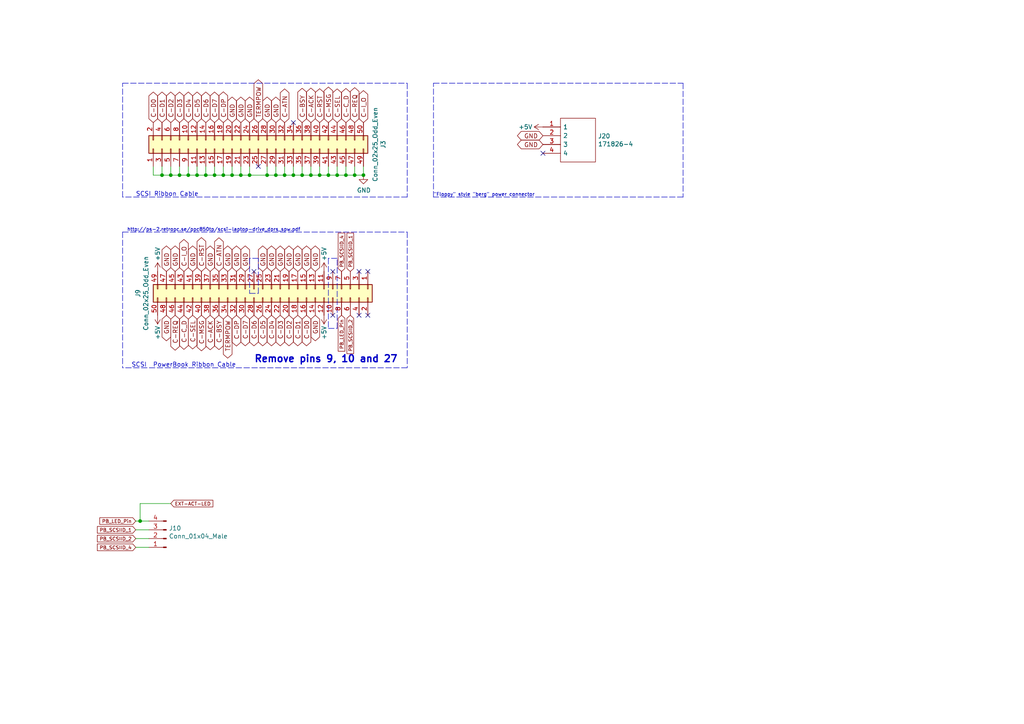
<source format=kicad_sch>
(kicad_sch (version 20211123) (generator eeschema)
  (paper "A4")
  (lib_symbols
    (symbol "Connector:Conn_01x04_Male" (pin_names (offset 1.016) hide)
      (property "Reference" "J" (at 0 5.08 0))
      (property "Value" "Conn_01x04_Male" (at 0 -7.62 0))
      (symbol "Conn_01x04_Male_1_1"
        (polyline (pts (xy 1.27 -5.08) (xy 0.8636 -5.08)) (stroke (width 0.1524)))
        (polyline (pts (xy 1.27 -2.54) (xy 0.8636 -2.54)) (stroke (width 0.1524)))
        (polyline (pts (xy 1.27 0) (xy 0.8636 0)) (stroke (width 0.1524)))
        (polyline (pts (xy 1.27 2.54) (xy 0.8636 2.54)) (stroke (width 0.1524)))
        (rectangle (start 0.8636 -4.953) (end 0 -5.207) (stroke (width 0.1524)) (fill (type outline)))
        (rectangle (start 0.8636 -2.413) (end 0 -2.667) (stroke (width 0.1524)) (fill (type outline)))
        (rectangle (start 0.8636 0.127) (end 0 -0.127) (stroke (width 0.1524)) (fill (type outline)))
        (rectangle (start 0.8636 2.667) (end 0 2.413) (stroke (width 0.1524)) (fill (type outline)))
        (pin passive line (at 5.08 2.54 180) (length 3.81) (name "Pin_1") (number "1"))
        (pin passive line (at 5.08 0 180) (length 3.81) (name "Pin_2") (number "2"))
        (pin passive line (at 5.08 -2.54 180) (length 3.81) (name "Pin_3") (number "3"))
        (pin passive line (at 5.08 -5.08 180) (length 3.81) (name "Pin_4") (number "4"))
      )
    )
    (symbol "Connector_Generic:Conn_02x25_Odd_Even" (pin_names (offset 1.016) hide)
      (property "Reference" "J" (at 1.27 33.02 0))
      (property "Value" "Conn_02x25_Odd_Even" (at 1.27 -33.02 0))
      (symbol "Conn_02x25_Odd_Even_1_1"
        (rectangle (start -1.27 -30.353) (end 0 -30.607) (stroke (width 0.1524)))
        (rectangle (start -1.27 -27.813) (end 0 -28.067) (stroke (width 0.1524)))
        (rectangle (start -1.27 -25.273) (end 0 -25.527) (stroke (width 0.1524)))
        (rectangle (start -1.27 -22.733) (end 0 -22.987) (stroke (width 0.1524)))
        (rectangle (start -1.27 -20.193) (end 0 -20.447) (stroke (width 0.1524)))
        (rectangle (start -1.27 -17.653) (end 0 -17.907) (stroke (width 0.1524)))
        (rectangle (start -1.27 -15.113) (end 0 -15.367) (stroke (width 0.1524)))
        (rectangle (start -1.27 -12.573) (end 0 -12.827) (stroke (width 0.1524)))
        (rectangle (start -1.27 -10.033) (end 0 -10.287) (stroke (width 0.1524)))
        (rectangle (start -1.27 -7.493) (end 0 -7.747) (stroke (width 0.1524)))
        (rectangle (start -1.27 -4.953) (end 0 -5.207) (stroke (width 0.1524)))
        (rectangle (start -1.27 -2.413) (end 0 -2.667) (stroke (width 0.1524)))
        (rectangle (start -1.27 0.127) (end 0 -0.127) (stroke (width 0.1524)))
        (rectangle (start -1.27 2.667) (end 0 2.413) (stroke (width 0.1524)))
        (rectangle (start -1.27 5.207) (end 0 4.953) (stroke (width 0.1524)))
        (rectangle (start -1.27 7.747) (end 0 7.493) (stroke (width 0.1524)))
        (rectangle (start -1.27 10.287) (end 0 10.033) (stroke (width 0.1524)))
        (rectangle (start -1.27 12.827) (end 0 12.573) (stroke (width 0.1524)))
        (rectangle (start -1.27 15.367) (end 0 15.113) (stroke (width 0.1524)))
        (rectangle (start -1.27 17.907) (end 0 17.653) (stroke (width 0.1524)))
        (rectangle (start -1.27 20.447) (end 0 20.193) (stroke (width 0.1524)))
        (rectangle (start -1.27 22.987) (end 0 22.733) (stroke (width 0.1524)))
        (rectangle (start -1.27 25.527) (end 0 25.273) (stroke (width 0.1524)))
        (rectangle (start -1.27 28.067) (end 0 27.813) (stroke (width 0.1524)))
        (rectangle (start -1.27 30.607) (end 0 30.353) (stroke (width 0.1524)))
        (rectangle (start -1.27 31.75) (end 3.81 -31.75) (stroke (width 0.254)) (fill (type background)))
        (rectangle (start 3.81 -30.353) (end 2.54 -30.607) (stroke (width 0.1524)))
        (rectangle (start 3.81 -27.813) (end 2.54 -28.067) (stroke (width 0.1524)))
        (rectangle (start 3.81 -25.273) (end 2.54 -25.527) (stroke (width 0.1524)))
        (rectangle (start 3.81 -22.733) (end 2.54 -22.987) (stroke (width 0.1524)))
        (rectangle (start 3.81 -20.193) (end 2.54 -20.447) (stroke (width 0.1524)))
        (rectangle (start 3.81 -17.653) (end 2.54 -17.907) (stroke (width 0.1524)))
        (rectangle (start 3.81 -15.113) (end 2.54 -15.367) (stroke (width 0.1524)))
        (rectangle (start 3.81 -12.573) (end 2.54 -12.827) (stroke (width 0.1524)))
        (rectangle (start 3.81 -10.033) (end 2.54 -10.287) (stroke (width 0.1524)))
        (rectangle (start 3.81 -7.493) (end 2.54 -7.747) (stroke (width 0.1524)))
        (rectangle (start 3.81 -4.953) (end 2.54 -5.207) (stroke (width 0.1524)))
        (rectangle (start 3.81 -2.413) (end 2.54 -2.667) (stroke (width 0.1524)))
        (rectangle (start 3.81 0.127) (end 2.54 -0.127) (stroke (width 0.1524)))
        (rectangle (start 3.81 2.667) (end 2.54 2.413) (stroke (width 0.1524)))
        (rectangle (start 3.81 5.207) (end 2.54 4.953) (stroke (width 0.1524)))
        (rectangle (start 3.81 7.747) (end 2.54 7.493) (stroke (width 0.1524)))
        (rectangle (start 3.81 10.287) (end 2.54 10.033) (stroke (width 0.1524)))
        (rectangle (start 3.81 12.827) (end 2.54 12.573) (stroke (width 0.1524)))
        (rectangle (start 3.81 15.367) (end 2.54 15.113) (stroke (width 0.1524)))
        (rectangle (start 3.81 17.907) (end 2.54 17.653) (stroke (width 0.1524)))
        (rectangle (start 3.81 20.447) (end 2.54 20.193) (stroke (width 0.1524)))
        (rectangle (start 3.81 22.987) (end 2.54 22.733) (stroke (width 0.1524)))
        (rectangle (start 3.81 25.527) (end 2.54 25.273) (stroke (width 0.1524)))
        (rectangle (start 3.81 28.067) (end 2.54 27.813) (stroke (width 0.1524)))
        (rectangle (start 3.81 30.607) (end 2.54 30.353) (stroke (width 0.1524)))
        (pin passive line (at -5.08 30.48 0) (length 3.81) (name "Pin_1") (number "1"))
        (pin passive line (at 7.62 20.32 180) (length 3.81) (name "Pin_10") (number "10"))
        (pin passive line (at -5.08 17.78 0) (length 3.81) (name "Pin_11") (number "11"))
        (pin passive line (at 7.62 17.78 180) (length 3.81) (name "Pin_12") (number "12"))
        (pin passive line (at -5.08 15.24 0) (length 3.81) (name "Pin_13") (number "13"))
        (pin passive line (at 7.62 15.24 180) (length 3.81) (name "Pin_14") (number "14"))
        (pin passive line (at -5.08 12.7 0) (length 3.81) (name "Pin_15") (number "15"))
        (pin passive line (at 7.62 12.7 180) (length 3.81) (name "Pin_16") (number "16"))
        (pin passive line (at -5.08 10.16 0) (length 3.81) (name "Pin_17") (number "17"))
        (pin passive line (at 7.62 10.16 180) (length 3.81) (name "Pin_18") (number "18"))
        (pin passive line (at -5.08 7.62 0) (length 3.81) (name "Pin_19") (number "19"))
        (pin passive line (at 7.62 30.48 180) (length 3.81) (name "Pin_2") (number "2"))
        (pin passive line (at 7.62 7.62 180) (length 3.81) (name "Pin_20") (number "20"))
        (pin passive line (at -5.08 5.08 0) (length 3.81) (name "Pin_21") (number "21"))
        (pin passive line (at 7.62 5.08 180) (length 3.81) (name "Pin_22") (number "22"))
        (pin passive line (at -5.08 2.54 0) (length 3.81) (name "Pin_23") (number "23"))
        (pin passive line (at 7.62 2.54 180) (length 3.81) (name "Pin_24") (number "24"))
        (pin passive line (at -5.08 0 0) (length 3.81) (name "Pin_25") (number "25"))
        (pin passive line (at 7.62 0 180) (length 3.81) (name "Pin_26") (number "26"))
        (pin passive line (at -5.08 -2.54 0) (length 3.81) (name "Pin_27") (number "27"))
        (pin passive line (at 7.62 -2.54 180) (length 3.81) (name "Pin_28") (number "28"))
        (pin passive line (at -5.08 -5.08 0) (length 3.81) (name "Pin_29") (number "29"))
        (pin passive line (at -5.08 27.94 0) (length 3.81) (name "Pin_3") (number "3"))
        (pin passive line (at 7.62 -5.08 180) (length 3.81) (name "Pin_30") (number "30"))
        (pin passive line (at -5.08 -7.62 0) (length 3.81) (name "Pin_31") (number "31"))
        (pin passive line (at 7.62 -7.62 180) (length 3.81) (name "Pin_32") (number "32"))
        (pin passive line (at -5.08 -10.16 0) (length 3.81) (name "Pin_33") (number "33"))
        (pin passive line (at 7.62 -10.16 180) (length 3.81) (name "Pin_34") (number "34"))
        (pin passive line (at -5.08 -12.7 0) (length 3.81) (name "Pin_35") (number "35"))
        (pin passive line (at 7.62 -12.7 180) (length 3.81) (name "Pin_36") (number "36"))
        (pin passive line (at -5.08 -15.24 0) (length 3.81) (name "Pin_37") (number "37"))
        (pin passive line (at 7.62 -15.24 180) (length 3.81) (name "Pin_38") (number "38"))
        (pin passive line (at -5.08 -17.78 0) (length 3.81) (name "Pin_39") (number "39"))
        (pin passive line (at 7.62 27.94 180) (length 3.81) (name "Pin_4") (number "4"))
        (pin passive line (at 7.62 -17.78 180) (length 3.81) (name "Pin_40") (number "40"))
        (pin passive line (at -5.08 -20.32 0) (length 3.81) (name "Pin_41") (number "41"))
        (pin passive line (at 7.62 -20.32 180) (length 3.81) (name "Pin_42") (number "42"))
        (pin passive line (at -5.08 -22.86 0) (length 3.81) (name "Pin_43") (number "43"))
        (pin passive line (at 7.62 -22.86 180) (length 3.81) (name "Pin_44") (number "44"))
        (pin passive line (at -5.08 -25.4 0) (length 3.81) (name "Pin_45") (number "45"))
        (pin passive line (at 7.62 -25.4 180) (length 3.81) (name "Pin_46") (number "46"))
        (pin passive line (at -5.08 -27.94 0) (length 3.81) (name "Pin_47") (number "47"))
        (pin passive line (at 7.62 -27.94 180) (length 3.81) (name "Pin_48") (number "48"))
        (pin passive line (at -5.08 -30.48 0) (length 3.81) (name "Pin_49") (number "49"))
        (pin passive line (at -5.08 25.4 0) (length 3.81) (name "Pin_5") (number "5"))
        (pin passive line (at 7.62 -30.48 180) (length 3.81) (name "Pin_50") (number "50"))
        (pin passive line (at 7.62 25.4 180) (length 3.81) (name "Pin_6") (number "6"))
        (pin passive line (at -5.08 22.86 0) (length 3.81) (name "Pin_7") (number "7"))
        (pin passive line (at 7.62 22.86 180) (length 3.81) (name "Pin_8") (number "8"))
        (pin passive line (at -5.08 20.32 0) (length 3.81) (name "Pin_9") (number "9"))
      )
    )
    (symbol "SamacSys_Parts:171826-4" (pin_names (offset 0.762))
      (property "Reference" "J" (at 16.51 7.62 0))
      (property "Value" "171826-4" (at 16.51 5.08 0))
      (symbol "171826-4_0_0"
        (pin passive line (at 0 0 0) (length 5.08) (name "1") (number "1"))
        (pin passive line (at 0 -2.54 0) (length 5.08) (name "2") (number "2"))
        (pin passive line (at 0 -5.08 0) (length 5.08) (name "3") (number "3"))
        (pin passive line (at 0 -7.62 0) (length 5.08) (name "4") (number "4"))
      )
      (symbol "171826-4_0_1"
        (polyline (pts (xy 5.08 2.54) (xy 15.24 2.54) (xy 15.24 -10.16) (xy 5.08 -10.16) (xy 5.08 2.54)) (stroke (width 0.1524)))
      )
    )
    (symbol "power:+5V" (power) (pin_names (offset 0))
      (property "Value" "+5V" (at 0 3.556 0))
      (symbol "+5V_0_1"
        (polyline (pts (xy -0.762 1.27) (xy 0 2.54)))
        (polyline (pts (xy 0 0) (xy 0 2.54)))
        (polyline (pts (xy 0 2.54) (xy 0.762 1.27)))
      )
      (symbol "+5V_1_1"
        (pin power_in line (at 0 0 90) (length 0) hide (name "+5V") (number "1"))
      )
    )
    (symbol "power:GND" (power) (pin_names (offset 0))
      (property "Value" "GND" (at 0 -3.81 0))
      (symbol "GND_0_1"
        (polyline (pts (xy 0 0) (xy 0 -1.27) (xy 1.27 -1.27) (xy 0 -2.54) (xy -1.27 -1.27) (xy 0 -1.27)))
      )
      (symbol "GND_1_1"
        (pin power_in line (at 0 0 270) (length 0) hide (name "GND") (number "1"))
      )
    )
  )
  (junction (at 100.33 50.8))
  (junction (at 77.47 50.8))
  (junction (at 64.77 50.8))
  (junction (at 97.79 50.8))
  (junction (at 72.39 50.8))
  (junction (at 85.09 50.8))
  (junction (at 69.85 50.8))
  (junction (at 59.69 50.8))
  (junction (at 102.87 50.8))
  (junction (at 82.55 50.8))
  (junction (at 67.31 50.8))
  (junction (at 95.25 50.8))
  (junction (at 62.23 50.8))
  (junction (at 80.01 50.8))
  (junction (at 40.64 151.13))
  (junction (at 46.99 50.8))
  (junction (at 87.63 50.8))
  (junction (at 90.17 50.8))
  (junction (at 57.15 50.8))
  (junction (at 49.53 50.8))
  (junction (at 52.07 50.8))
  (junction (at 105.41 50.8))
  (junction (at 92.71 50.8))
  (junction (at 54.61 50.8))
  (no_connect (at 74.93 48.26))
  (no_connect (at 73.66 78.74))
  (no_connect (at 106.68 91.44))
  (no_connect (at 96.52 78.74))
  (no_connect (at 104.14 78.74))
  (no_connect (at 85.09 35.56))
  (no_connect (at 104.14 91.44))
  (no_connect (at 106.68 78.74))
  (no_connect (at 96.52 91.44))
  (no_connect (at 157.48 44.45))
  (wire (pts (xy 40.64 146.05) (xy 40.64 151.13)))
  (wire (pts (xy 87.63 50.8) (xy 87.63 48.26)))
  (wire (pts (xy 77.47 50.8) (xy 80.01 50.8)))
  (polyline (pts (xy 74.93 85.09) (xy 74.93 74.93)))
  (wire (pts (xy 95.25 50.8) (xy 97.79 50.8)))
  (wire (pts (xy 49.53 50.8) (xy 49.53 48.26)))
  (polyline (pts (xy 35.56 67.31) (xy 35.56 106.68)))
  (polyline (pts (xy 35.56 24.13) (xy 118.11 24.13)))
  (polyline (pts (xy 97.79 74.93) (xy 95.25 74.93)))
  (wire (pts (xy 39.37 158.75) (xy 43.18 158.75)))
  (wire (pts (xy 59.69 50.8) (xy 62.23 50.8)))
  (polyline (pts (xy 97.79 95.25) (xy 97.79 74.93)))
  (wire (pts (xy 100.33 50.8) (xy 100.33 48.26)))
  (wire (pts (xy 44.45 50.8) (xy 46.99 50.8)))
  (polyline (pts (xy 35.56 57.15) (xy 35.56 24.13)))
  (wire (pts (xy 97.79 50.8) (xy 97.79 48.26)))
  (wire (pts (xy 40.64 146.05) (xy 49.53 146.05)))
  (wire (pts (xy 52.07 50.8) (xy 52.07 48.26)))
  (wire (pts (xy 92.71 50.8) (xy 92.71 48.26)))
  (wire (pts (xy 39.37 156.21) (xy 43.18 156.21)))
  (wire (pts (xy 87.63 50.8) (xy 90.17 50.8)))
  (polyline (pts (xy 198.12 57.15) (xy 125.73 57.15)))
  (wire (pts (xy 44.45 50.8) (xy 44.45 48.26)))
  (wire (pts (xy 77.47 50.8) (xy 77.47 48.26)))
  (wire (pts (xy 80.01 50.8) (xy 82.55 50.8)))
  (wire (pts (xy 49.53 50.8) (xy 52.07 50.8)))
  (wire (pts (xy 52.07 50.8) (xy 54.61 50.8)))
  (wire (pts (xy 90.17 50.8) (xy 92.71 50.8)))
  (wire (pts (xy 62.23 50.8) (xy 62.23 48.26)))
  (wire (pts (xy 72.39 50.8) (xy 77.47 50.8)))
  (wire (pts (xy 82.55 50.8) (xy 82.55 48.26)))
  (wire (pts (xy 80.01 50.8) (xy 80.01 48.26)))
  (polyline (pts (xy 72.39 85.09) (xy 74.93 85.09)))
  (wire (pts (xy 97.79 50.8) (xy 100.33 50.8)))
  (wire (pts (xy 102.87 50.8) (xy 102.87 48.26)))
  (wire (pts (xy 82.55 50.8) (xy 85.09 50.8)))
  (wire (pts (xy 46.99 50.8) (xy 49.53 50.8)))
  (wire (pts (xy 100.33 50.8) (xy 102.87 50.8)))
  (polyline (pts (xy 95.25 74.93) (xy 95.25 95.25)))
  (wire (pts (xy 105.41 50.8) (xy 105.41 48.26)))
  (wire (pts (xy 67.31 50.8) (xy 67.31 48.26)))
  (wire (pts (xy 57.15 50.8) (xy 57.15 48.26)))
  (wire (pts (xy 64.77 50.8) (xy 67.31 50.8)))
  (polyline (pts (xy 74.93 74.93) (xy 72.39 74.93)))
  (wire (pts (xy 85.09 50.8) (xy 85.09 48.26)))
  (wire (pts (xy 40.64 151.13) (xy 43.18 151.13)))
  (wire (pts (xy 39.37 151.13) (xy 40.64 151.13)))
  (wire (pts (xy 69.85 50.8) (xy 69.85 48.26)))
  (polyline (pts (xy 118.11 106.68) (xy 35.56 106.68)))
  (polyline (pts (xy 125.73 24.13) (xy 198.12 24.13)))
  (wire (pts (xy 85.09 50.8) (xy 87.63 50.8)))
  (wire (pts (xy 95.25 50.8) (xy 95.25 48.26)))
  (wire (pts (xy 102.87 50.8) (xy 105.41 50.8)))
  (wire (pts (xy 39.37 153.67) (xy 43.18 153.67)))
  (polyline (pts (xy 95.25 95.25) (xy 97.79 95.25)))
  (wire (pts (xy 57.15 50.8) (xy 59.69 50.8)))
  (wire (pts (xy 72.39 50.8) (xy 72.39 48.26)))
  (wire (pts (xy 67.31 50.8) (xy 69.85 50.8)))
  (wire (pts (xy 64.77 50.8) (xy 64.77 48.26)))
  (polyline (pts (xy 118.11 24.13) (xy 118.11 57.15)))
  (polyline (pts (xy 125.73 57.15) (xy 125.73 24.13)))
  (polyline (pts (xy 118.11 57.15) (xy 35.56 57.15)))
  (wire (pts (xy 59.69 50.8) (xy 59.69 48.26)))
  (wire (pts (xy 54.61 50.8) (xy 57.15 50.8)))
  (polyline (pts (xy 118.11 67.31) (xy 118.11 106.68)))
  (wire (pts (xy 46.99 50.8) (xy 46.99 48.26)))
  (wire (pts (xy 62.23 50.8) (xy 64.77 50.8)))
  (wire (pts (xy 90.17 50.8) (xy 90.17 48.26)))
  (polyline (pts (xy 198.12 24.13) (xy 198.12 57.15)))
  (polyline (pts (xy 72.39 74.93) (xy 72.39 85.09)))
  (wire (pts (xy 92.71 50.8) (xy 95.25 50.8)))
  (wire (pts (xy 54.61 50.8) (xy 54.61 48.26)))
  (polyline (pts (xy 35.56 67.31) (xy 118.11 67.31)))
  (wire (pts (xy 69.85 50.8) (xy 72.39 50.8)))
  (text "Remove pins 9, 10 and 27" (at 73.66 105.41 0) (effects (font (size 2.0066 2.0066) (thickness 0.4013) bold) (justify left bottom)))
  (text "SCSI Ribbon Cable" (at 39.37 57.15 0) (effects (font (size 1.27 1.27)) (justify left bottom)))
  (text "\"Floppy\" style \"berg\" power connector" (at 125.73 57.15 0) (effects (font (size 0.9906 0.9906)) (justify left bottom)))
  (text "http://ps-2.retropc.se/ppc850tp/scsi-laptop-drive_dprs_spw.pdf" (at 36.83 67.31 0) (effects (font (size 0.9906 0.9906)) (justify left bottom)))
  (text "SCSI  PowerBook Ribbon Cable" (at 38.1 106.68 0) (effects (font (size 1.27 1.27)) (justify left bottom)))
  (global_label "GND" (shape bidirectional) (at 80.01 35.56 90) (property "Intersheet References" "${INTERSHEET_REFS}" (effects hide)))
  (global_label "C-REQ" (shape bidirectional) (at 50.8 91.44 270) (property "Intersheet References" "${INTERSHEET_REFS}" (effects hide)))
  (global_label "GND" (shape bidirectional) (at 48.26 78.74 90) (property "Intersheet References" "${INTERSHEET_REFS}" (effects hide)))
  (global_label "GND" (shape bidirectional) (at 83.82 78.74 90) (property "Intersheet References" "${INTERSHEET_REFS}" (effects hide)))
  (global_label "C-D3" (shape bidirectional) (at 52.07 35.56 90) (property "Intersheet References" "${INTERSHEET_REFS}" (effects hide)))
  (global_label "GND" (shape bidirectional) (at 91.44 78.74 90) (property "Intersheet References" "${INTERSHEET_REFS}" (effects hide)))
  (global_label "C-SEL" (shape bidirectional) (at 97.79 35.56 90) (property "Intersheet References" "${INTERSHEET_REFS}" (effects hide)))
  (global_label "PB_SCSIID_2" (shape input) (at 101.6 91.44 270) (effects (font (size 0.9906 0.9906))) (property "Intersheet References" "${INTERSHEET_REFS}" (effects hide)))
  (global_label "C-I_O" (shape bidirectional) (at 105.41 35.56 90) (property "Intersheet References" "${INTERSHEET_REFS}" (effects hide)))
  (global_label "TERMPOW" (shape bidirectional) (at 74.93 35.56 90) (property "Intersheet References" "${INTERSHEET_REFS}" (effects hide)))
  (global_label "C-D0" (shape bidirectional) (at 44.45 35.56 90) (property "Intersheet References" "${INTERSHEET_REFS}" (effects hide)))
  (global_label "C-ATN" (shape bidirectional) (at 63.5 78.74 90) (property "Intersheet References" "${INTERSHEET_REFS}" (effects hide)))
  (global_label "C-D4" (shape bidirectional) (at 78.74 91.44 270) (property "Intersheet References" "${INTERSHEET_REFS}" (effects hide)))
  (global_label "C-D4" (shape bidirectional) (at 54.61 35.56 90) (property "Intersheet References" "${INTERSHEET_REFS}" (effects hide)))
  (global_label "TERMPOW" (shape bidirectional) (at 66.04 91.44 270) (property "Intersheet References" "${INTERSHEET_REFS}" (effects hide)))
  (global_label "C-C_D" (shape bidirectional) (at 53.34 91.44 270) (property "Intersheet References" "${INTERSHEET_REFS}" (effects hide)))
  (global_label "C-D6" (shape bidirectional) (at 59.69 35.56 90) (property "Intersheet References" "${INTERSHEET_REFS}" (effects hide)))
  (global_label "GND" (shape bidirectional) (at 157.48 39.37 180) (property "Intersheet References" "${INTERSHEET_REFS}" (effects hide)))
  (global_label "C-MSG" (shape bidirectional) (at 58.42 91.44 270) (property "Intersheet References" "${INTERSHEET_REFS}" (effects hide)))
  (global_label "GND" (shape bidirectional) (at 72.39 35.56 90) (property "Intersheet References" "${INTERSHEET_REFS}" (effects hide)))
  (global_label "PB_SCSIID_4" (shape input) (at 39.37 158.75 180) (effects (font (size 0.9906 0.9906))) (property "Intersheet References" "${INTERSHEET_REFS}" (effects hide)))
  (global_label "C-D6" (shape bidirectional) (at 73.66 91.44 270) (property "Intersheet References" "${INTERSHEET_REFS}" (effects hide)))
  (global_label "GND" (shape bidirectional) (at 78.74 78.74 90) (property "Intersheet References" "${INTERSHEET_REFS}" (effects hide)))
  (global_label "GND" (shape bidirectional) (at 60.96 78.74 90) (property "Intersheet References" "${INTERSHEET_REFS}" (effects hide)))
  (global_label "C-D1" (shape bidirectional) (at 46.99 35.56 90) (property "Intersheet References" "${INTERSHEET_REFS}" (effects hide)))
  (global_label "GND" (shape bidirectional) (at 66.04 78.74 90) (property "Intersheet References" "${INTERSHEET_REFS}" (effects hide)))
  (global_label "GND" (shape bidirectional) (at 86.36 78.74 90) (property "Intersheet References" "${INTERSHEET_REFS}" (effects hide)))
  (global_label "C-DP" (shape bidirectional) (at 68.58 91.44 270) (property "Intersheet References" "${INTERSHEET_REFS}" (effects hide)))
  (global_label "PB_SCSIID_2" (shape input) (at 39.37 156.21 180) (effects (font (size 0.9906 0.9906))) (property "Intersheet References" "${INTERSHEET_REFS}" (effects hide)))
  (global_label "PB_LED_Pin" (shape input) (at 99.06 91.44 270) (effects (font (size 0.9906 0.9906))) (property "Intersheet References" "${INTERSHEET_REFS}" (effects hide)))
  (global_label "C-ACK" (shape bidirectional) (at 60.96 91.44 270) (property "Intersheet References" "${INTERSHEET_REFS}" (effects hide)))
  (global_label "C-BSY" (shape bidirectional) (at 87.63 35.56 90) (property "Intersheet References" "${INTERSHEET_REFS}" (effects hide)))
  (global_label "PB_SCSIID_1" (shape input) (at 39.37 153.67 180) (effects (font (size 0.9906 0.9906))) (property "Intersheet References" "${INTERSHEET_REFS}" (effects hide)))
  (global_label "GND" (shape bidirectional) (at 50.8 78.74 90) (property "Intersheet References" "${INTERSHEET_REFS}" (effects hide)))
  (global_label "C-RST" (shape bidirectional) (at 58.42 78.74 90) (property "Intersheet References" "${INTERSHEET_REFS}" (effects hide)))
  (global_label "C-I_O" (shape bidirectional) (at 53.34 78.74 90) (property "Intersheet References" "${INTERSHEET_REFS}" (effects hide)))
  (global_label "C-SEL" (shape bidirectional) (at 55.88 91.44 270) (property "Intersheet References" "${INTERSHEET_REFS}" (effects hide)))
  (global_label "PB_SCSIID_1" (shape input) (at 101.6 78.74 90) (effects (font (size 0.9906 0.9906))) (property "Intersheet References" "${INTERSHEET_REFS}" (effects hide)))
  (global_label "C-ATN" (shape bidirectional) (at 82.55 35.56 90) (property "Intersheet References" "${INTERSHEET_REFS}" (effects hide)))
  (global_label "C-D1" (shape bidirectional) (at 86.36 91.44 270) (property "Intersheet References" "${INTERSHEET_REFS}" (effects hide)))
  (global_label "C-ACK" (shape bidirectional) (at 90.17 35.56 90) (property "Intersheet References" "${INTERSHEET_REFS}" (effects hide)))
  (global_label "C-DP" (shape bidirectional) (at 64.77 35.56 90) (property "Intersheet References" "${INTERSHEET_REFS}" (effects hide)))
  (global_label "GND" (shape bidirectional) (at 77.47 35.56 90) (property "Intersheet References" "${INTERSHEET_REFS}" (effects hide)))
  (global_label "C-RST" (shape bidirectional) (at 92.71 35.56 90) (property "Intersheet References" "${INTERSHEET_REFS}" (effects hide)))
  (global_label "C-D7" (shape bidirectional) (at 62.23 35.56 90) (property "Intersheet References" "${INTERSHEET_REFS}" (effects hide)))
  (global_label "C-REQ" (shape bidirectional) (at 102.87 35.56 90) (property "Intersheet References" "${INTERSHEET_REFS}" (effects hide)))
  (global_label "C-D5" (shape bidirectional) (at 76.2 91.44 270) (property "Intersheet References" "${INTERSHEET_REFS}" (effects hide)))
  (global_label "C-C_D" (shape bidirectional) (at 100.33 35.56 90) (property "Intersheet References" "${INTERSHEET_REFS}" (effects hide)))
  (global_label "PB_LED_Pin" (shape input) (at 39.37 151.13 180) (effects (font (size 0.9906 0.9906))) (property "Intersheet References" "${INTERSHEET_REFS}" (effects hide)))
  (global_label "C-BSY" (shape bidirectional) (at 63.5 91.44 270) (property "Intersheet References" "${INTERSHEET_REFS}" (effects hide)))
  (global_label "PB_SCSIID_4" (shape input) (at 99.06 78.74 90) (effects (font (size 0.9906 0.9906))) (property "Intersheet References" "${INTERSHEET_REFS}" (effects hide)))
  (global_label "C-D2" (shape bidirectional) (at 83.82 91.44 270) (property "Intersheet References" "${INTERSHEET_REFS}" (effects hide)))
  (global_label "GND" (shape bidirectional) (at 69.85 35.56 90) (property "Intersheet References" "${INTERSHEET_REFS}" (effects hide)))
  (global_label "C-MSG" (shape bidirectional) (at 95.25 35.56 90) (property "Intersheet References" "${INTERSHEET_REFS}" (effects hide)))
  (global_label "C-D0" (shape bidirectional) (at 88.9 91.44 270) (property "Intersheet References" "${INTERSHEET_REFS}" (effects hide)))
  (global_label "GND" (shape bidirectional) (at 68.58 78.74 90) (property "Intersheet References" "${INTERSHEET_REFS}" (effects hide)))
  (global_label "GND" (shape bidirectional) (at 88.9 78.74 90) (property "Intersheet References" "${INTERSHEET_REFS}" (effects hide)))
  (global_label "GND" (shape bidirectional) (at 48.26 91.44 270) (property "Intersheet References" "${INTERSHEET_REFS}" (effects hide)))
  (global_label "EXT-ACT-LED" (shape input) (at 49.53 146.05 0) (effects (font (size 0.9906 0.9906))) (property "Intersheet References" "${INTERSHEET_REFS}" (effects hide)))
  (global_label "GND" (shape bidirectional) (at 76.2 78.74 90) (property "Intersheet References" "${INTERSHEET_REFS}" (effects hide)))
  (global_label "GND" (shape bidirectional) (at 67.31 35.56 90) (property "Intersheet References" "${INTERSHEET_REFS}" (effects hide)))
  (global_label "C-D2" (shape bidirectional) (at 49.53 35.56 90) (property "Intersheet References" "${INTERSHEET_REFS}" (effects hide)))
  (global_label "C-D5" (shape bidirectional) (at 57.15 35.56 90) (property "Intersheet References" "${INTERSHEET_REFS}" (effects hide)))
  (global_label "GND" (shape bidirectional) (at 91.44 91.44 270) (property "Intersheet References" "${INTERSHEET_REFS}" (effects hide)))
  (global_label "GND" (shape bidirectional) (at 71.12 78.74 90) (property "Intersheet References" "${INTERSHEET_REFS}" (effects hide)))
  (global_label "C-D7" (shape bidirectional) (at 71.12 91.44 270) (property "Intersheet References" "${INTERSHEET_REFS}" (effects hide)))
  (global_label "GND" (shape bidirectional) (at 55.88 78.74 90) (property "Intersheet References" "${INTERSHEET_REFS}" (effects hide)))
  (global_label "C-D3" (shape bidirectional) (at 81.28 91.44 270) (property "Intersheet References" "${INTERSHEET_REFS}" (effects hide)))
  (global_label "GND" (shape bidirectional) (at 157.48 41.91 180) (property "Intersheet References" "${INTERSHEET_REFS}" (effects hide)))
  (global_label "GND" (shape bidirectional) (at 81.28 78.74 90) (property "Intersheet References" "${INTERSHEET_REFS}" (effects hide)))
  (symbol (lib_id "power:+5V") (at 93.98 78.74 0) (unit 1)
    (property "Reference" "#PWR0101" (effects hide))
    (property "Value" "+5V" (at 93.98 73.66 90))
  )
  (symbol (lib_id "power:+5V") (at 93.98 91.44 180) (unit 1)
    (property "Reference" "#PWR0102" (effects hide))
    (property "Value" "+5V" (at 93.98 96.52 90))
  )
  (symbol (lib_id "power:+5V") (at 45.72 78.74 0) (unit 1)
    (property "Reference" "#PWR0103" (effects hide))
    (property "Value" "+5V" (at 45.72 73.66 90))
  )
  (symbol (lib_id "power:+5V") (at 45.72 91.44 180) (unit 1)
    (property "Reference" "#PWR0104" (effects hide))
    (property "Value" "+5V" (at 45.72 96.52 90))
  )
  (symbol (lib_id "Connector_Generic:Conn_02x25_Odd_Even") (at 74.93 43.18 90) (unit 1)
    (property "Reference" "J3" (at 111.125 41.91 0))
    (property "Value" "Conn_02x25_Odd_Even" (at 108.8136 41.91 0))
    (property "Footprint" "Connector_PinHeader_2.54mm:PinHeader_2x25_P2.54mm_Vertical" (effects hide))
    (property "Datasheet" "https://datasheet.lcsc.com/szlcsc/1810221914_BOOMELE-Boom-Precision-Elec-C30006_C30006.pdf" (effects hide))
    (property "LCSC" "C30006" (effects hide))
    (property "Description" "Header 50 0.100\"(2.54mm) 2 2.54MM IDC Connectors RoHS" (effects hide))
    (property "Manufacturer_Name" "BOOMELE(Boom Precision Elec)" (effects hide))
    (property "Manufacturer_Part_Number" "C30006" (effects hide))
  )
  (symbol (lib_id "power:GND") (at 105.41 50.8 0) (unit 1)
    (property "Reference" "#PWR015" (effects hide))
    (property "Value" "GND" (at 105.537 55.1942 0))
  )
  (symbol (lib_id "Connector_Generic:Conn_02x25_Odd_Even") (at 76.2 83.82 270) (unit 1)
    (property "Reference" "J9" (at 40.005 85.09 0))
    (property "Value" "Conn_02x25_Odd_Even" (at 42.3164 85.09 0))
    (property "Footprint" "Connector_PinHeader_2.00mm:PinHeader_2x25_P2.00mm_Horizontal" (effects hide))
    (property "Datasheet" "https://datasheet.lcsc.com/szlcsc/1811151534_BOOMELE-Boom-Precision-Elec-C3407_C3407.pdf" (effects hide))
    (property "LCSC" "C3407" (effects hide))
    (property "Description" "CUT DOWN TO 50 PIN - Pin Header 80 2 right-angle，90degrees 2.00mm Through Hole Pin Header" (effects hide))
    (property "Manufacturer_Name" "BOOMELE(Boom Precision Elec)" (effects hide))
    (property "Manufacturer_Part_Number" "C3407" (effects hide))
  )
  (symbol (lib_id "Connector:Conn_01x04_Male") (at 48.26 156.21 180) (unit 1)
    (property "Reference" "J10" (at 48.9712 153.2128 0) (effects (justify right)))
    (property "Value" "Conn_01x04_Male" (at 48.9712 155.5242 0) (effects (justify right)))
    (property "Footprint" "Connector_PinHeader_2.00mm:PinHeader_1x04_P2.00mm_Vertical" (effects hide))
  )
  (symbol (lib_id "SamacSys_Parts:171826-4") (at 157.48 36.83 0) (unit 1)
    (property "Reference" "J20" (at 173.4312 39.4716 0) (effects (justify left)))
    (property "Value" "171826-4" (at 173.4312 41.783 0) (effects (justify left)))
    (property "Footprint" "SHDRRA4W69P0X250_1X4_1000X1350X670P" (effects hide))
    (property "Datasheet" "https://componentsearchengine.com/Datasheets/2/171826-4.pdf" (effects hide))
    (property "Description" "Headers & Wire Housings 4P HDR R/A" (effects hide))
    (property "Height" "6.7" (effects hide))
    (property "Mouser Part Number" "571-1718264" (effects hide))
    (property "Mouser Price/Stock" "https://www.mouser.co.uk/ProductDetail/TE-Connectivity/171826-4/?qs=4hg9R9g9MDt3qYFe2l2pbA%3D%3D" (effects hide))
    (property "Manufacturer_Name" "TE Connectivity" (effects hide))
    (property "Manufacturer_Part_Number" "171826-4" (effects hide))
  )
  (symbol (lib_id "power:+5V") (at 157.48 36.83 90) (unit 1)
    (property "Reference" "#PWR053" (effects hide))
    (property "Value" "+5V" (at 152.4 36.83 90))
  )
)
</source>
